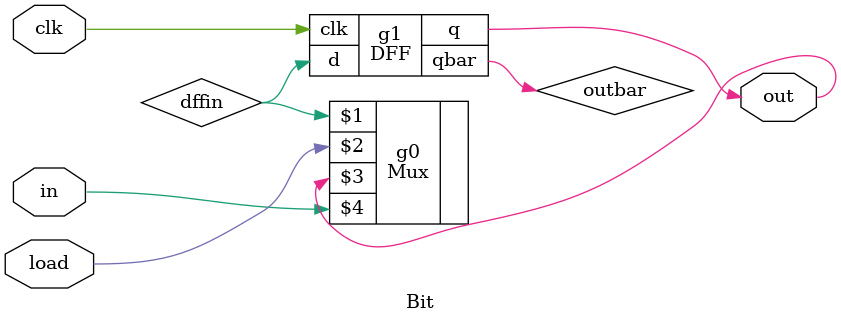
<source format=v>
`include "alu.v"

module SR_latch(q, qbar, sbar, rbar);

    input sbar, rbar;
    output q, qbar;

    nand g0(q, sbar, qbar);
    nand g1(qbar, q, rbar);

endmodule  // nand SR-latch


module PTD(ppulse, clk);

    input clk;
    output ppulse;

    wire clk_bar;

    not #1 g0(clk_bar, clk);
    and #1 g1(ppulse, clk_bar, clk);

endmodule  // Pulse Transition Detector.


module en_latch(q, qbar, en, s, r);

    input en, s, r;
    output q, qbar;

    wire snanden, rnanden;

    nand g0(snanden, s, en);
    nand g1(rnanden, en, r);
    SR_latch g3(q, qbar, snanden, rnanden);

endmodule  // SR-latch with enable pin.


module SR_FF(q, qbar, clk, s, r);

    input clk, s, r;
    output q, qbar;

    wire en;

    PTD g0(en, clk);
    en_latch g1(q, qbar, en, s, r);

endmodule  // SR-Flip-Flop.


module DFF(q, qbar, clk, d);

    input clk, d;
    output q, qbar;

    wire dbar;

    Not g0(dbar, d);
    SR_FF g1(q, qbar, clk, d, dbar);

endmodule  // D Flop-Flip.


module Bit(out, clk, load, in);

    input clk, load, in;
    output out;

    wire dffin, outbar;

    Mux g0(dffin, load, out, in);
    DFF g1(out, outbar, clk, dffin);

endmodule  // 1-bit register.

</source>
